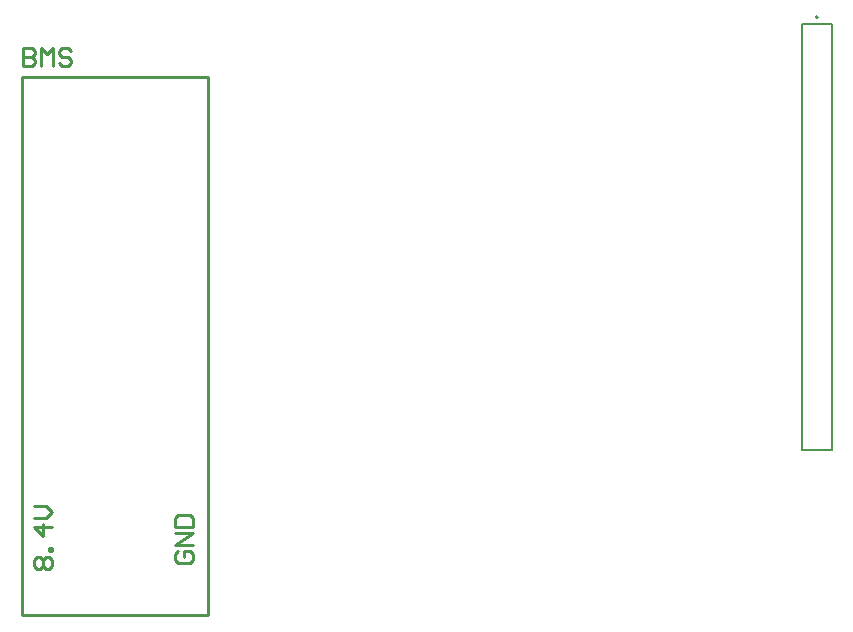
<source format=gbr>
G04*
G04 #@! TF.GenerationSoftware,Altium Limited,Altium Designer,24.1.2 (44)*
G04*
G04 Layer_Color=65535*
%FSLAX44Y44*%
%MOMM*%
G71*
G04*
G04 #@! TF.SameCoordinates,98FF00E1-DB16-4AB4-99D8-1D2B7C447DA4*
G04*
G04*
G04 #@! TF.FilePolarity,Positive*
G04*
G01*
G75*
%ADD10C,0.2000*%
%ADD11C,0.1270*%
%ADD12C,0.2540*%
D10*
X392160Y186600D02*
G03*
X392160Y186600I-1000J0D01*
G01*
D11*
X378460Y-180340D02*
X403860D01*
X378460Y180300D02*
X403860D01*
X378460Y-180340D02*
Y180300D01*
X403860Y-180340D02*
Y180300D01*
D12*
X-281940Y-320040D02*
Y135890D01*
X-124460D01*
Y-320040D02*
Y135890D01*
X-281940Y-320040D02*
X-124460D01*
X-149856Y-265433D02*
X-152395Y-267973D01*
Y-273051D01*
X-149856Y-275590D01*
X-139699D01*
X-137160Y-273051D01*
Y-267973D01*
X-139699Y-265433D01*
X-144777D01*
Y-270512D01*
X-137160Y-260355D02*
X-152395D01*
X-137160Y-250198D01*
X-152395D01*
Y-245120D02*
X-137160D01*
Y-237502D01*
X-139699Y-234963D01*
X-149856D01*
X-152395Y-237502D01*
Y-245120D01*
X-269236Y-280670D02*
X-271775Y-278131D01*
Y-273053D01*
X-269236Y-270513D01*
X-266697D01*
X-264158Y-273053D01*
X-261618Y-270513D01*
X-259079D01*
X-256540Y-273053D01*
Y-278131D01*
X-259079Y-280670D01*
X-261618D01*
X-264158Y-278131D01*
X-266697Y-280670D01*
X-269236D01*
X-264158Y-278131D02*
Y-273053D01*
X-256540Y-265435D02*
X-259079D01*
Y-262896D01*
X-256540D01*
Y-265435D01*
Y-245121D02*
X-271775D01*
X-264158Y-252739D01*
Y-242582D01*
X-271775Y-237504D02*
X-261618D01*
X-256540Y-232426D01*
X-261618Y-227347D01*
X-271775D01*
X-280670Y160015D02*
Y144780D01*
X-273053D01*
X-270513Y147319D01*
Y149858D01*
X-273053Y152397D01*
X-280670D01*
X-273053D01*
X-270513Y154937D01*
Y157476D01*
X-273053Y160015D01*
X-280670D01*
X-265435Y144780D02*
Y160015D01*
X-260357Y154937D01*
X-255278Y160015D01*
Y144780D01*
X-240043Y157476D02*
X-242582Y160015D01*
X-247661D01*
X-250200Y157476D01*
Y154937D01*
X-247661Y152397D01*
X-242582D01*
X-240043Y149858D01*
Y147319D01*
X-242582Y144780D01*
X-247661D01*
X-250200Y147319D01*
M02*

</source>
